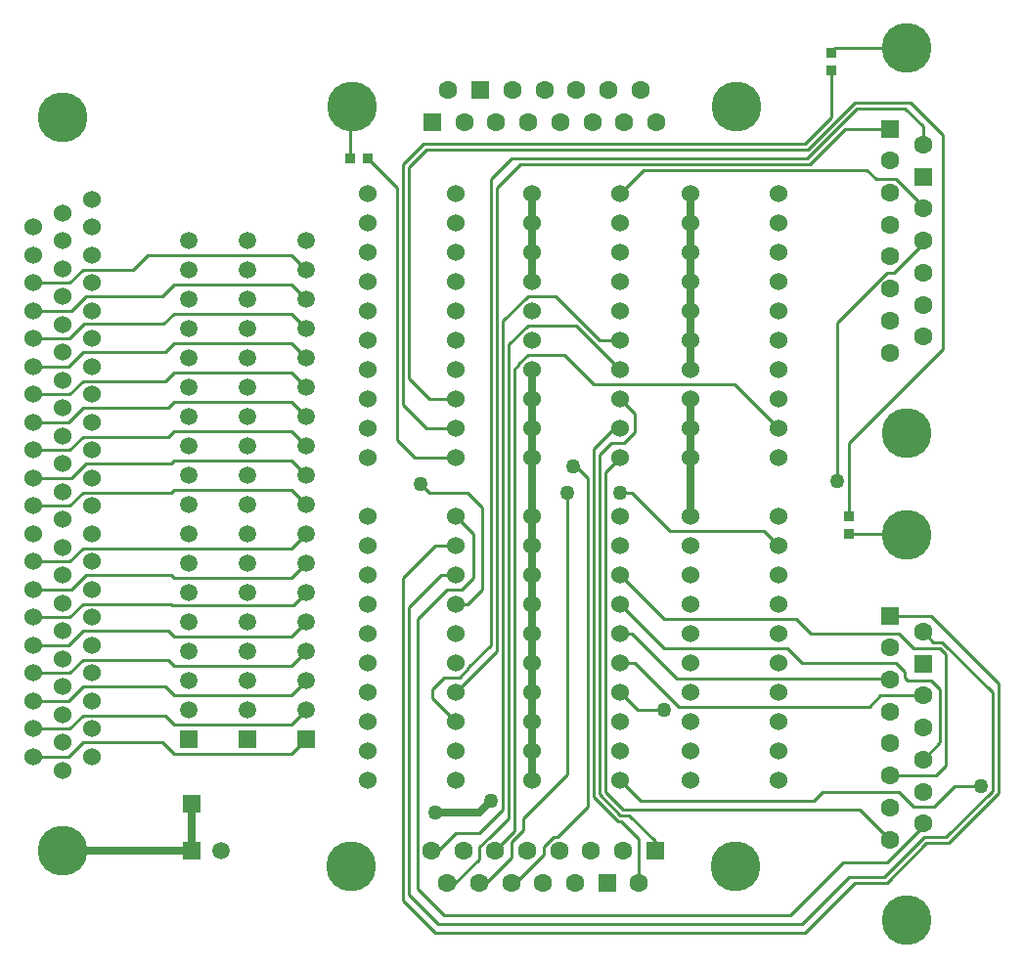
<source format=gbl>
%FSLAX24Y24*%
%MOIN*%
G70*
G01*
G75*
G04 Layer_Physical_Order=2*
G04 Layer_Color=16711680*
%ADD10R,0.0320X0.0360*%
%ADD11R,0.0450X0.0600*%
%ADD12C,0.0100*%
%ADD13C,0.0250*%
%ADD14C,0.0600*%
%ADD15C,0.1700*%
%ADD16C,0.0591*%
%ADD17R,0.0591X0.0591*%
%ADD18R,0.0591X0.0591*%
%ADD19R,0.0630X0.0630*%
%ADD20C,0.0630*%
%ADD21R,0.0630X0.0630*%
%ADD22C,0.0500*%
%ADD23R,0.0360X0.0320*%
D10*
X40800Y46400D02*
D03*
Y47000D02*
D03*
X41400Y31200D02*
D03*
Y30600D02*
D03*
D12*
X13600Y38200D02*
X14900D01*
X13600Y39150D02*
X14850D01*
X15300Y39600D01*
X13600Y37250D02*
X14850D01*
X15350Y37750D01*
X15300Y39600D02*
X17000D01*
X15350Y37750D02*
X18050D01*
X13600Y35350D02*
X14850D01*
X15300Y35800D01*
X18100D01*
X13600Y34400D02*
X14800D01*
X15300Y34900D01*
X18200D01*
X13600Y33450D02*
X14850D01*
X15300Y33900D01*
X13600Y31550D02*
X14850D01*
X15300Y33900D02*
X18200D01*
X13600Y32500D02*
X14900D01*
X15400Y33000D01*
X18300D01*
X14850Y31550D02*
X15300Y32000D01*
X17000Y39600D02*
X17500Y40100D01*
X18050Y37750D02*
X18400Y38100D01*
X18100Y35800D02*
X18400Y36100D01*
X18200Y34900D02*
X18400Y35100D01*
X18200Y33900D02*
X18400Y34100D01*
X18300Y33000D02*
X18400Y33100D01*
X22400Y39100D02*
X22900Y38600D01*
X22400Y38100D02*
X22900Y37600D01*
X22400Y37100D02*
X22900Y36600D01*
X22400Y36100D02*
X22900Y35600D01*
X22400Y35100D02*
X22900Y34600D01*
X22400Y34100D02*
X22900Y33600D01*
X22400Y32100D02*
X22900Y31600D01*
X18400Y39100D02*
X22400D01*
X18400Y38100D02*
X22400D01*
X18400Y37100D02*
X22400D01*
X18400Y36100D02*
X22400D01*
X18400Y35100D02*
X22400D01*
X18400Y34100D02*
X22400D01*
X18400Y33100D02*
X22400D01*
X22900Y32600D01*
X22400Y30100D02*
X22900Y30600D01*
X22400Y29100D02*
X22900Y29600D01*
X13600Y28700D02*
X14900D01*
X13600Y29650D02*
X14850D01*
X15300Y30100D01*
X22400D01*
X13600Y27750D02*
X14850D01*
X15300Y28200D01*
X22455Y28155D02*
X22900Y28600D01*
X13600Y26800D02*
X14800D01*
X15300Y27300D01*
X22400Y27100D02*
X22900Y27600D01*
X13600Y25850D02*
X14850D01*
X15300Y26300D01*
X22400Y26100D02*
X22900Y26600D01*
X13600Y24900D02*
X14800D01*
X15300Y25400D01*
X22400Y25100D02*
X22900Y25600D01*
X13600Y23950D02*
X14850D01*
X15300Y24400D01*
X18400Y24100D02*
X22400D01*
X22900Y24600D01*
X13600Y23000D02*
X14800D01*
X15300Y23500D01*
X22400Y23100D02*
X22900Y23600D01*
X15300Y24400D02*
X18100D01*
X18400Y24100D01*
X15300Y25400D02*
X18100D01*
X18400Y25100D01*
X22400D01*
X15300Y26300D02*
X18200D01*
X18400Y26100D01*
X22400D01*
X15300Y27300D02*
X18200D01*
X18400Y27100D01*
X22400D01*
X15300Y23500D02*
X18000D01*
X18400Y23100D01*
X22400D01*
X15300Y28200D02*
X18300D01*
X18345Y28155D01*
X22455D01*
X18400Y29100D02*
X22400D01*
X15300Y32000D02*
X18300D01*
X18400Y32100D01*
X22400D01*
X18100Y36800D02*
X18400Y37100D01*
X13600Y36300D02*
X14800D01*
X15300Y36800D01*
X18100D01*
X14900Y38200D02*
X15400Y38700D01*
X18000D01*
X18400Y39100D01*
X14900Y28700D02*
X15400Y29200D01*
X18300D01*
X18400Y29100D01*
X43923Y43850D02*
Y44478D01*
X42320Y42680D02*
X42995D01*
X43923Y41753D01*
Y41670D02*
Y41753D01*
X42000Y43000D02*
X42320Y42680D01*
X34795Y19798D02*
Y20105D01*
X33600Y35200D02*
X34100Y34700D01*
X28800Y19910D02*
X29153Y20262D01*
X43300Y25700D02*
Y25900D01*
X43000Y26200D02*
X43300Y25900D01*
X34100Y34064D02*
Y34700D01*
X34250Y18678D02*
Y20200D01*
X41768Y21200D02*
X42803Y20165D01*
X33700Y21200D02*
X41768D01*
X33900Y21000D02*
X34795Y20105D01*
X33617Y21000D02*
X33900D01*
X33650Y20800D02*
X34250Y20200D01*
X33534Y20800D02*
X33650D01*
X33600Y28200D02*
X35100Y26700D01*
X27600Y25700D02*
X28136D01*
X28450Y26014D01*
Y26050D01*
X29200Y26800D01*
X28000Y25200D02*
X29400Y26600D01*
X27165Y19798D02*
X27397D01*
X28000Y20400D01*
X28800Y19500D02*
Y19910D01*
X27710Y18678D02*
X27977D01*
X28800Y19500D01*
X30300Y20469D02*
Y20900D01*
X31800Y22400D01*
Y32000D01*
X33600D02*
X34000D01*
X31333Y20262D02*
X31475D01*
X32500Y21287D01*
X32700Y21634D02*
X33534Y20800D01*
X32900Y21717D02*
X33617Y21000D01*
X32900Y21717D02*
Y33300D01*
X33100Y32700D02*
X33600Y33200D01*
X33100Y21800D02*
Y32700D01*
Y21800D02*
X33700Y21200D01*
X32700Y21634D02*
Y33500D01*
X33400Y34200D01*
X33600D01*
X32500Y21287D02*
Y32500D01*
X32000Y32900D02*
X32100D01*
X32500Y32500D01*
X34300Y21500D02*
X40200D01*
X33600Y22200D02*
X34300Y21500D01*
X40200D02*
X40500Y21800D01*
X43100D01*
X27200Y25000D02*
X28000Y24200D01*
X27200Y25000D02*
Y25300D01*
X27600Y25700D01*
X42757Y27750D02*
X42803Y27795D01*
X33600Y42200D02*
X34400Y43000D01*
X42000D01*
X34000Y32000D02*
X35300Y30700D01*
X38500D02*
X39000Y30200D01*
X39800Y26200D02*
X43000D01*
X26700Y18500D02*
X27600Y17600D01*
X44355Y22345D02*
X44709Y22700D01*
X43923Y22890D02*
X44500Y23468D01*
X43300Y25700D02*
X43400Y25600D01*
X44200D01*
X44500Y25300D01*
Y23468D02*
Y25300D01*
X43100Y21800D02*
X43600Y21300D01*
X42803Y22345D02*
X44355D01*
X43600Y21300D02*
X44300D01*
X45000Y22000D01*
X45900D01*
X39400Y17600D02*
X41200Y19400D01*
X42695D01*
X43923Y20628D01*
Y20710D01*
X44794Y20045D02*
X46500Y21751D01*
X44045Y20045D02*
X44794D01*
X44711Y20245D02*
X46300Y21834D01*
X43962Y20245D02*
X44711D01*
X42617Y18900D02*
X43962Y20245D01*
X42700Y18700D02*
X44045Y20045D01*
X41400Y18900D02*
X42617D01*
X41600Y18700D02*
X42700D01*
X39800Y17300D02*
X41400Y18900D01*
X26400Y18300D02*
X27400Y17300D01*
X39900Y17000D02*
X41600Y18700D01*
X26200Y18100D02*
X27300Y17000D01*
X28000Y28200D02*
X28400D01*
X28900Y28700D01*
Y31500D01*
X28400Y32000D02*
X28900Y31500D01*
X27100Y32000D02*
X28400D01*
X26800Y32300D02*
X27100Y32000D01*
X28200Y28700D02*
X28600Y29100D01*
Y30600D01*
X28000Y31200D02*
X28600Y30600D01*
X26700Y18500D02*
Y27700D01*
X27700Y28700D01*
X28200D01*
X26400Y18300D02*
Y28100D01*
X27500Y29200D01*
X28000D01*
X26200Y18100D02*
Y29100D01*
X27300Y30200D01*
X28000D01*
X35300Y30700D02*
X38500D01*
X43923Y40498D02*
Y40580D01*
X46500Y21751D02*
Y25500D01*
X42803Y27795D02*
X44205D01*
X46500Y25500D01*
X46300Y21834D02*
Y25183D01*
X44500Y26700D02*
X44709Y26491D01*
X44583Y26900D02*
X46300Y25183D01*
X43923Y27250D02*
X44273Y26900D01*
X44583D01*
X43600Y26700D02*
X44500D01*
X33600Y29200D02*
X35100Y27700D01*
X44709Y22700D02*
Y26491D01*
X40100Y27200D02*
X43100D01*
X18970Y19770D02*
X19000Y19800D01*
X24400Y43400D02*
Y45103D01*
X24460Y45163D01*
X26600Y33200D02*
X28000D01*
X40940Y47140D02*
X43362D01*
X40800Y47000D02*
X40940Y47140D01*
X27000Y34200D02*
X28000D01*
X27100Y35200D02*
X28000D01*
X26400Y35900D02*
X27100Y35200D01*
X25000Y43400D02*
X26000Y42400D01*
Y33800D02*
Y42400D01*
X26200Y35000D02*
X27000Y34200D01*
X26000Y33800D02*
X26600Y33200D01*
X26200Y35000D02*
Y43183D01*
X26400Y35900D02*
Y43100D01*
X27000Y43700D01*
X26200Y43183D02*
X26917Y43900D01*
X27000Y43700D02*
X40000D01*
X39917Y43900D02*
X40800Y44783D01*
Y46400D01*
X41261Y44395D02*
X42803D01*
X40066Y43200D02*
X41261Y44395D01*
X26917Y43900D02*
X39917D01*
X29900Y43400D02*
X39983D01*
X30200Y43200D02*
X40066D01*
X39983Y43400D02*
X41683Y45100D01*
X43300D01*
X43923Y44478D01*
X40000Y43700D02*
X41600Y45300D01*
X43500D01*
X44600Y44200D01*
X41400Y30600D02*
X43303D01*
X43362Y30540D01*
X33600Y27200D02*
X34000D01*
X33600Y25200D02*
X34200Y24600D01*
X35100D01*
X33600Y26200D02*
X34100D01*
X42768Y25650D02*
X42803Y25615D01*
X39600Y27700D02*
X40100Y27200D01*
X35100Y27700D02*
X39600D01*
X35100Y26700D02*
X39300D01*
X39800Y26200D01*
X34000Y27200D02*
X35550Y25650D01*
X42768D01*
X34100Y26200D02*
X35600Y24700D01*
X42100D01*
X42470Y25070D01*
X43923D01*
X43100Y27200D02*
X43600Y26700D01*
X29345Y19798D02*
X30000Y20452D01*
X27600Y17600D02*
X39400D01*
X27400Y17300D02*
X39800D01*
X27300Y17000D02*
X39900D01*
X32900Y37200D02*
X33600D01*
X31400Y38700D02*
X32900Y37200D01*
X30464Y38700D02*
X31400D01*
X30464Y37700D02*
X32100D01*
X33600Y36200D01*
X37500Y35700D02*
X39000Y34200D01*
X32700Y35700D02*
X37500D01*
X30150Y36350D02*
Y36386D01*
X30464Y36700D02*
X31700D01*
X30150Y36386D02*
X30464Y36700D01*
X29200Y42700D02*
X29900Y43400D01*
X29400Y42400D02*
X30200Y43200D01*
X29600Y37836D02*
X30464Y38700D01*
X29800Y37036D02*
X30464Y37700D01*
X29200Y26800D02*
Y42700D01*
X29400Y26600D02*
Y42400D01*
X30000Y36200D02*
X30150Y36350D01*
X31700Y36700D02*
X32700Y35700D01*
X29153Y20262D02*
X29162D01*
X29800Y20900D01*
X28000Y20400D02*
X28800D01*
X29600Y21200D01*
X30000Y20452D02*
Y36200D01*
X29800Y20900D02*
Y37036D01*
X29600Y21200D02*
Y37836D01*
X17500Y40100D02*
X22400D01*
X22900Y39600D01*
X41000Y32400D02*
Y37800D01*
X31000Y19930D02*
X31333Y20262D01*
X29890Y18678D02*
X30027D01*
X31000Y19650D01*
Y19930D01*
X29900Y20069D02*
X30300Y20469D01*
X28800Y18678D02*
X29028D01*
X29900Y19550D01*
Y20069D01*
X41400Y31200D02*
Y33700D01*
X44600Y36900D01*
Y44200D01*
X32900Y33300D02*
X33300Y33700D01*
X33736D01*
X34100Y34064D01*
X41000Y37800D02*
X42700Y39500D01*
X42925D01*
X43923Y40498D01*
D13*
X14600Y19770D02*
X18970D01*
X19000Y19800D02*
Y21400D01*
X36000Y37200D02*
Y38200D01*
Y39200D01*
Y40200D01*
Y41200D01*
Y33200D02*
Y34200D01*
Y35200D01*
X30600Y22200D02*
Y23200D01*
Y24200D01*
Y25200D01*
Y26200D01*
Y27200D01*
Y28200D01*
Y29200D01*
Y30200D01*
Y31200D01*
Y39200D02*
Y40200D01*
Y41200D01*
Y42200D01*
Y31200D02*
Y33200D01*
Y34200D01*
X36000Y36200D02*
Y37200D01*
X30600Y34200D02*
Y35200D01*
Y36200D01*
X36000Y31200D02*
Y33200D01*
Y41200D02*
Y42200D01*
X27300Y21100D02*
X28800D01*
X29200Y21500D01*
D14*
X28000Y27200D02*
D03*
X25000D02*
D03*
Y28200D02*
D03*
X28000D02*
D03*
Y30200D02*
D03*
X25000D02*
D03*
Y29200D02*
D03*
X28000D02*
D03*
X25000Y31200D02*
D03*
X28000D02*
D03*
Y26200D02*
D03*
X25000D02*
D03*
X28000Y24200D02*
D03*
X25000D02*
D03*
Y25200D02*
D03*
X28000D02*
D03*
Y23200D02*
D03*
X25000D02*
D03*
Y22200D02*
D03*
X28000D02*
D03*
Y38200D02*
D03*
X25000D02*
D03*
Y39200D02*
D03*
X28000D02*
D03*
Y41200D02*
D03*
X25000D02*
D03*
Y40200D02*
D03*
X28000D02*
D03*
X25000Y42200D02*
D03*
X28000D02*
D03*
Y37200D02*
D03*
X25000D02*
D03*
X28000Y35200D02*
D03*
X25000D02*
D03*
Y36200D02*
D03*
X28000D02*
D03*
Y34200D02*
D03*
X25000D02*
D03*
Y33200D02*
D03*
X28000D02*
D03*
X33600Y27200D02*
D03*
X30600D02*
D03*
Y28200D02*
D03*
X33600D02*
D03*
Y30200D02*
D03*
X30600D02*
D03*
Y29200D02*
D03*
X33600D02*
D03*
X30600Y31200D02*
D03*
X33600D02*
D03*
Y26200D02*
D03*
X30600D02*
D03*
X33600Y24200D02*
D03*
X30600D02*
D03*
Y25200D02*
D03*
X33600D02*
D03*
Y23200D02*
D03*
X30600D02*
D03*
Y22200D02*
D03*
X33600D02*
D03*
Y38200D02*
D03*
X30600D02*
D03*
Y39200D02*
D03*
X33600D02*
D03*
Y41200D02*
D03*
X30600D02*
D03*
Y40200D02*
D03*
X33600D02*
D03*
X30600Y42200D02*
D03*
X33600D02*
D03*
Y37200D02*
D03*
X30600D02*
D03*
X33600Y35200D02*
D03*
X30600D02*
D03*
Y36200D02*
D03*
X33600D02*
D03*
Y34200D02*
D03*
X30600D02*
D03*
Y33200D02*
D03*
X33600D02*
D03*
X39000Y27200D02*
D03*
X36000D02*
D03*
Y28200D02*
D03*
X39000D02*
D03*
Y30200D02*
D03*
X36000D02*
D03*
Y29200D02*
D03*
X39000D02*
D03*
X36000Y31200D02*
D03*
X39000D02*
D03*
Y26200D02*
D03*
X36000D02*
D03*
X39000Y24200D02*
D03*
X36000D02*
D03*
Y25200D02*
D03*
X39000D02*
D03*
Y23200D02*
D03*
X36000D02*
D03*
Y22200D02*
D03*
X39000D02*
D03*
Y38200D02*
D03*
X36000D02*
D03*
Y39200D02*
D03*
X39000D02*
D03*
Y41200D02*
D03*
X36000D02*
D03*
Y40200D02*
D03*
X39000D02*
D03*
X36000Y42200D02*
D03*
X39000D02*
D03*
Y37200D02*
D03*
X36000D02*
D03*
X39000Y35200D02*
D03*
X36000D02*
D03*
Y36200D02*
D03*
X39000D02*
D03*
Y34200D02*
D03*
X36000D02*
D03*
Y33200D02*
D03*
X39000D02*
D03*
X14600Y22525D02*
D03*
X15600Y23000D02*
D03*
Y40100D02*
D03*
Y42000D02*
D03*
Y41050D02*
D03*
Y39150D02*
D03*
Y38200D02*
D03*
Y33450D02*
D03*
Y34400D02*
D03*
Y36300D02*
D03*
Y37250D02*
D03*
Y35350D02*
D03*
Y25850D02*
D03*
Y27750D02*
D03*
Y26800D02*
D03*
Y24900D02*
D03*
Y23950D02*
D03*
Y28700D02*
D03*
Y29650D02*
D03*
Y31550D02*
D03*
Y32500D02*
D03*
Y30600D02*
D03*
X14600Y39625D02*
D03*
Y41525D02*
D03*
Y40575D02*
D03*
Y38675D02*
D03*
Y37725D02*
D03*
Y32975D02*
D03*
Y33925D02*
D03*
Y35825D02*
D03*
Y36775D02*
D03*
Y34875D02*
D03*
Y25375D02*
D03*
Y27275D02*
D03*
Y26325D02*
D03*
Y24425D02*
D03*
Y23475D02*
D03*
Y28225D02*
D03*
Y29175D02*
D03*
Y31075D02*
D03*
Y32025D02*
D03*
Y30125D02*
D03*
X13600Y29650D02*
D03*
Y31550D02*
D03*
Y30600D02*
D03*
Y28700D02*
D03*
Y27750D02*
D03*
Y23000D02*
D03*
Y23950D02*
D03*
Y25850D02*
D03*
Y26800D02*
D03*
Y24900D02*
D03*
Y34400D02*
D03*
Y36300D02*
D03*
Y35350D02*
D03*
Y33450D02*
D03*
Y32500D02*
D03*
Y37250D02*
D03*
Y38200D02*
D03*
Y40100D02*
D03*
Y41050D02*
D03*
Y39150D02*
D03*
D15*
X14600Y19770D02*
D03*
Y44770D02*
D03*
X24420Y19238D02*
D03*
X37540D02*
D03*
X43362Y17420D02*
D03*
Y30540D02*
D03*
Y34020D02*
D03*
Y47140D02*
D03*
X37580Y45163D02*
D03*
X24460D02*
D03*
D16*
X18900Y28600D02*
D03*
Y27600D02*
D03*
Y26600D02*
D03*
Y25600D02*
D03*
Y24600D02*
D03*
Y30600D02*
D03*
Y31600D02*
D03*
Y32600D02*
D03*
Y33600D02*
D03*
Y34600D02*
D03*
Y36600D02*
D03*
Y37600D02*
D03*
Y38600D02*
D03*
Y39600D02*
D03*
Y40600D02*
D03*
Y29600D02*
D03*
Y35600D02*
D03*
X20000Y19800D02*
D03*
X20900Y28600D02*
D03*
Y27600D02*
D03*
Y26600D02*
D03*
Y25600D02*
D03*
Y24600D02*
D03*
Y30600D02*
D03*
Y31600D02*
D03*
Y32600D02*
D03*
Y33600D02*
D03*
Y34600D02*
D03*
Y36600D02*
D03*
Y37600D02*
D03*
Y38600D02*
D03*
Y39600D02*
D03*
Y40600D02*
D03*
Y29600D02*
D03*
Y35600D02*
D03*
X22900Y28600D02*
D03*
Y27600D02*
D03*
Y26600D02*
D03*
Y25600D02*
D03*
Y24600D02*
D03*
Y30600D02*
D03*
Y31600D02*
D03*
Y32600D02*
D03*
Y33600D02*
D03*
Y34600D02*
D03*
Y36600D02*
D03*
Y37600D02*
D03*
Y38600D02*
D03*
Y39600D02*
D03*
Y40600D02*
D03*
Y29600D02*
D03*
Y35600D02*
D03*
D17*
X18900Y23600D02*
D03*
X19000Y21400D02*
D03*
X20900Y23600D02*
D03*
X22900D02*
D03*
D18*
X19000Y19800D02*
D03*
D19*
X34795Y19798D02*
D03*
X33160Y18678D02*
D03*
X27205Y44602D02*
D03*
X28840Y45722D02*
D03*
D20*
X33705Y19798D02*
D03*
X32615D02*
D03*
X31525D02*
D03*
X30435D02*
D03*
X29345D02*
D03*
X28255D02*
D03*
X27165D02*
D03*
X34250Y18678D02*
D03*
X32070D02*
D03*
X30980D02*
D03*
X29890D02*
D03*
X28800D02*
D03*
X27710D02*
D03*
X42803Y26705D02*
D03*
Y25615D02*
D03*
Y24525D02*
D03*
Y23435D02*
D03*
Y22345D02*
D03*
Y21255D02*
D03*
Y20165D02*
D03*
X43923Y27250D02*
D03*
Y25070D02*
D03*
Y23980D02*
D03*
Y22890D02*
D03*
Y21800D02*
D03*
Y20710D02*
D03*
X42803Y43305D02*
D03*
Y42215D02*
D03*
Y41125D02*
D03*
Y40035D02*
D03*
Y38945D02*
D03*
Y37855D02*
D03*
Y36765D02*
D03*
X43923Y43850D02*
D03*
Y41670D02*
D03*
Y40580D02*
D03*
Y39490D02*
D03*
Y38400D02*
D03*
Y37310D02*
D03*
X28295Y44602D02*
D03*
X29385D02*
D03*
X30475D02*
D03*
X31565D02*
D03*
X32655D02*
D03*
X33745D02*
D03*
X34835D02*
D03*
X27750Y45722D02*
D03*
X29930D02*
D03*
X31020D02*
D03*
X32110D02*
D03*
X33200D02*
D03*
X34290D02*
D03*
D21*
X42803Y27795D02*
D03*
X43923Y26160D02*
D03*
X42803Y44395D02*
D03*
X43923Y42760D02*
D03*
D22*
X31800Y32000D02*
D03*
X33600D02*
D03*
X32000Y32900D02*
D03*
X45900Y22000D02*
D03*
X26800Y32300D02*
D03*
X27300Y21100D02*
D03*
X29200Y21500D02*
D03*
X41000Y32400D02*
D03*
X35100Y24600D02*
D03*
D23*
X25000Y43400D02*
D03*
X24400D02*
D03*
M02*

</source>
